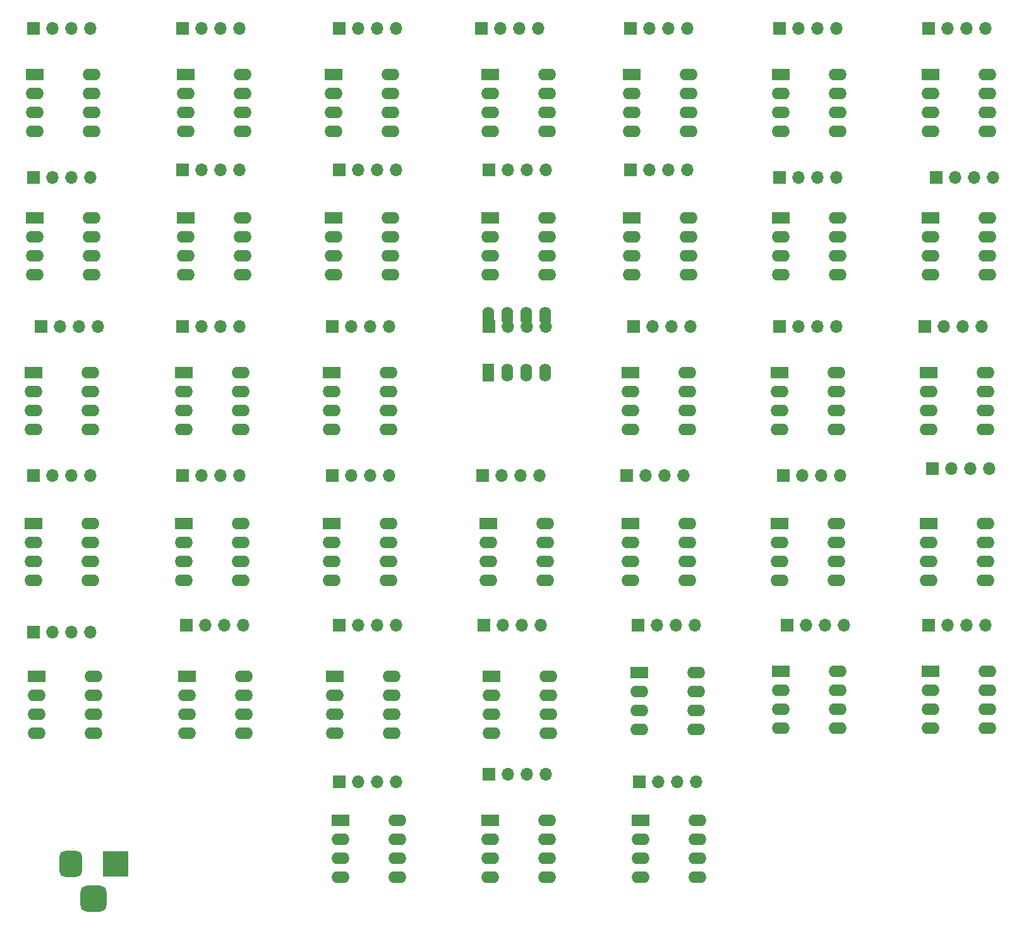
<source format=gbr>
%TF.GenerationSoftware,KiCad,Pcbnew,8.0.5*%
%TF.CreationDate,2024-10-20T22:23:28+07:00*%
%TF.ProjectId,Panel_LIN,50616e65-6c5f-44c4-994e-2e6b69636164,rev?*%
%TF.SameCoordinates,Original*%
%TF.FileFunction,Soldermask,Bot*%
%TF.FilePolarity,Negative*%
%FSLAX46Y46*%
G04 Gerber Fmt 4.6, Leading zero omitted, Abs format (unit mm)*
G04 Created by KiCad (PCBNEW 8.0.5) date 2024-10-20 22:23:28*
%MOMM*%
%LPD*%
G01*
G04 APERTURE LIST*
G04 Aperture macros list*
%AMRoundRect*
0 Rectangle with rounded corners*
0 $1 Rounding radius*
0 $2 $3 $4 $5 $6 $7 $8 $9 X,Y pos of 4 corners*
0 Add a 4 corners polygon primitive as box body*
4,1,4,$2,$3,$4,$5,$6,$7,$8,$9,$2,$3,0*
0 Add four circle primitives for the rounded corners*
1,1,$1+$1,$2,$3*
1,1,$1+$1,$4,$5*
1,1,$1+$1,$6,$7*
1,1,$1+$1,$8,$9*
0 Add four rect primitives between the rounded corners*
20,1,$1+$1,$2,$3,$4,$5,0*
20,1,$1+$1,$4,$5,$6,$7,0*
20,1,$1+$1,$6,$7,$8,$9,0*
20,1,$1+$1,$8,$9,$2,$3,0*%
G04 Aperture macros list end*
%ADD10R,3.500000X3.500000*%
%ADD11RoundRect,0.750000X-0.750000X-1.000000X0.750000X-1.000000X0.750000X1.000000X-0.750000X1.000000X0*%
%ADD12RoundRect,0.875000X-0.875000X-0.875000X0.875000X-0.875000X0.875000X0.875000X-0.875000X0.875000X0*%
%ADD13R,2.400000X1.600000*%
%ADD14O,2.400000X1.600000*%
%ADD15R,1.700000X1.700000*%
%ADD16O,1.700000X1.700000*%
%ADD17R,1.600000X2.400000*%
%ADD18O,1.600000X2.400000*%
G04 APERTURE END LIST*
D10*
%TO.C,J39*%
X95000000Y-151000000D03*
D11*
X89000000Y-151000000D03*
D12*
X92000000Y-155700000D03*
%TD*%
D13*
%TO.C,RN34*%
X184175000Y-125200000D03*
D14*
X184175000Y-127740000D03*
X184175000Y-130280000D03*
X184175000Y-132820000D03*
X191795000Y-132820000D03*
X191795000Y-130280000D03*
X191795000Y-127740000D03*
X191795000Y-125200000D03*
%TD*%
D13*
%TO.C,RN14*%
X204175000Y-64450000D03*
D14*
X204175000Y-66990000D03*
X204175000Y-69530000D03*
X204175000Y-72070000D03*
X211795000Y-72070000D03*
X211795000Y-69530000D03*
X211795000Y-66990000D03*
X211795000Y-64450000D03*
%TD*%
D13*
%TO.C,RN6*%
X184175000Y-45200000D03*
D14*
X184175000Y-47740000D03*
X184175000Y-50280000D03*
X184175000Y-52820000D03*
X191795000Y-52820000D03*
X191795000Y-50280000D03*
X191795000Y-47740000D03*
X191795000Y-45200000D03*
%TD*%
D15*
%TO.C,J33*%
X165000000Y-119000000D03*
D16*
X167540000Y-119000000D03*
X170080000Y-119000000D03*
X172620000Y-119000000D03*
%TD*%
D15*
%TO.C,J32*%
X144380000Y-119000000D03*
D16*
X146920000Y-119000000D03*
X149460000Y-119000000D03*
X152000000Y-119000000D03*
%TD*%
D15*
%TO.C,J9*%
X104000000Y-58000000D03*
D16*
X106540000Y-58000000D03*
X109080000Y-58000000D03*
X111620000Y-58000000D03*
%TD*%
D15*
%TO.C,J27*%
X184460000Y-99000000D03*
D16*
X187000000Y-99000000D03*
X189540000Y-99000000D03*
X192080000Y-99000000D03*
%TD*%
D13*
%TO.C,RN24*%
X123970000Y-105380000D03*
D14*
X123970000Y-107920000D03*
X123970000Y-110460000D03*
X123970000Y-113000000D03*
X131590000Y-113000000D03*
X131590000Y-110460000D03*
X131590000Y-107920000D03*
X131590000Y-105380000D03*
%TD*%
D15*
%TO.C,J29*%
X84000000Y-120000000D03*
D16*
X86540000Y-120000000D03*
X89080000Y-120000000D03*
X91620000Y-120000000D03*
%TD*%
D15*
%TO.C,J1*%
X84000000Y-39000000D03*
D16*
X86540000Y-39000000D03*
X89080000Y-39000000D03*
X91620000Y-39000000D03*
%TD*%
D13*
%TO.C,RN32*%
X145380000Y-125920000D03*
D14*
X145380000Y-128460000D03*
X145380000Y-131000000D03*
X145380000Y-133540000D03*
X153000000Y-133540000D03*
X153000000Y-131000000D03*
X153000000Y-128460000D03*
X153000000Y-125920000D03*
%TD*%
D13*
%TO.C,RN13*%
X184175000Y-64450000D03*
D14*
X184175000Y-66990000D03*
X184175000Y-69530000D03*
X184175000Y-72070000D03*
X191795000Y-72070000D03*
X191795000Y-69530000D03*
X191795000Y-66990000D03*
X191795000Y-64450000D03*
%TD*%
D15*
%TO.C,J16*%
X104000000Y-79000000D03*
D16*
X106540000Y-79000000D03*
X109080000Y-79000000D03*
X111620000Y-79000000D03*
%TD*%
D13*
%TO.C,RN23*%
X104175000Y-105380000D03*
D14*
X104175000Y-107920000D03*
X104175000Y-110460000D03*
X104175000Y-113000000D03*
X111795000Y-113000000D03*
X111795000Y-110460000D03*
X111795000Y-107920000D03*
X111795000Y-105380000D03*
%TD*%
D17*
%TO.C,RN18*%
X144970000Y-85200000D03*
D18*
X147510000Y-85200000D03*
X150050000Y-85200000D03*
X152590000Y-85200000D03*
X152590000Y-77580000D03*
X150050000Y-77580000D03*
X147510000Y-77580000D03*
X144970000Y-77580000D03*
%TD*%
D13*
%TO.C,RN37*%
X145175000Y-145200000D03*
D14*
X145175000Y-147740000D03*
X145175000Y-150280000D03*
X145175000Y-152820000D03*
X152795000Y-152820000D03*
X152795000Y-150280000D03*
X152795000Y-147740000D03*
X152795000Y-145200000D03*
%TD*%
D13*
%TO.C,RN12*%
X164175000Y-64450000D03*
D14*
X164175000Y-66990000D03*
X164175000Y-69530000D03*
X164175000Y-72070000D03*
X171795000Y-72070000D03*
X171795000Y-69530000D03*
X171795000Y-66990000D03*
X171795000Y-64450000D03*
%TD*%
D15*
%TO.C,J4*%
X144000000Y-39000000D03*
D16*
X146540000Y-39000000D03*
X149080000Y-39000000D03*
X151620000Y-39000000D03*
%TD*%
D15*
%TO.C,J14*%
X205000000Y-59000000D03*
D16*
X207540000Y-59000000D03*
X210080000Y-59000000D03*
X212620000Y-59000000D03*
%TD*%
D15*
%TO.C,J26*%
X163460000Y-99000000D03*
D16*
X166000000Y-99000000D03*
X168540000Y-99000000D03*
X171080000Y-99000000D03*
%TD*%
D13*
%TO.C,RN1*%
X84175000Y-45200000D03*
D14*
X84175000Y-47740000D03*
X84175000Y-50280000D03*
X84175000Y-52820000D03*
X91795000Y-52820000D03*
X91795000Y-50280000D03*
X91795000Y-47740000D03*
X91795000Y-45200000D03*
%TD*%
D13*
%TO.C,RN36*%
X125175000Y-145200000D03*
D14*
X125175000Y-147740000D03*
X125175000Y-150280000D03*
X125175000Y-152820000D03*
X132795000Y-152820000D03*
X132795000Y-150280000D03*
X132795000Y-147740000D03*
X132795000Y-145200000D03*
%TD*%
D15*
%TO.C,J2*%
X104000000Y-39000000D03*
D16*
X106540000Y-39000000D03*
X109080000Y-39000000D03*
X111620000Y-39000000D03*
%TD*%
D13*
%TO.C,RN5*%
X164175000Y-45200000D03*
D14*
X164175000Y-47740000D03*
X164175000Y-50280000D03*
X164175000Y-52820000D03*
X171795000Y-52820000D03*
X171795000Y-50280000D03*
X171795000Y-47740000D03*
X171795000Y-45200000D03*
%TD*%
D13*
%TO.C,RN19*%
X163970000Y-85200000D03*
D14*
X163970000Y-87740000D03*
X163970000Y-90280000D03*
X163970000Y-92820000D03*
X171590000Y-92820000D03*
X171590000Y-90280000D03*
X171590000Y-87740000D03*
X171590000Y-85200000D03*
%TD*%
D15*
%TO.C,J35*%
X204000000Y-119000000D03*
D16*
X206540000Y-119000000D03*
X209080000Y-119000000D03*
X211620000Y-119000000D03*
%TD*%
D13*
%TO.C,RN17*%
X123970000Y-85200000D03*
D14*
X123970000Y-87740000D03*
X123970000Y-90280000D03*
X123970000Y-92820000D03*
X131590000Y-92820000D03*
X131590000Y-90280000D03*
X131590000Y-87740000D03*
X131590000Y-85200000D03*
%TD*%
D13*
%TO.C,RN8*%
X84175000Y-64450000D03*
D14*
X84175000Y-66990000D03*
X84175000Y-69530000D03*
X84175000Y-72070000D03*
X91795000Y-72070000D03*
X91795000Y-69530000D03*
X91795000Y-66990000D03*
X91795000Y-64450000D03*
%TD*%
D15*
%TO.C,J3*%
X125000000Y-39000000D03*
D16*
X127540000Y-39000000D03*
X130080000Y-39000000D03*
X132620000Y-39000000D03*
%TD*%
D13*
%TO.C,RN29*%
X84380000Y-125920000D03*
D14*
X84380000Y-128460000D03*
X84380000Y-131000000D03*
X84380000Y-133540000D03*
X92000000Y-133540000D03*
X92000000Y-131000000D03*
X92000000Y-128460000D03*
X92000000Y-125920000D03*
%TD*%
D15*
%TO.C,J25*%
X144200000Y-99000000D03*
D16*
X146740000Y-99000000D03*
X149280000Y-99000000D03*
X151820000Y-99000000D03*
%TD*%
D13*
%TO.C,RN7*%
X204175000Y-45200000D03*
D14*
X204175000Y-47740000D03*
X204175000Y-50280000D03*
X204175000Y-52820000D03*
X211795000Y-52820000D03*
X211795000Y-50280000D03*
X211795000Y-47740000D03*
X211795000Y-45200000D03*
%TD*%
D15*
%TO.C,J19*%
X164460000Y-79000000D03*
D16*
X167000000Y-79000000D03*
X169540000Y-79000000D03*
X172080000Y-79000000D03*
%TD*%
D13*
%TO.C,RN21*%
X203970000Y-85200000D03*
D14*
X203970000Y-87740000D03*
X203970000Y-90280000D03*
X203970000Y-92820000D03*
X211590000Y-92820000D03*
X211590000Y-90280000D03*
X211590000Y-87740000D03*
X211590000Y-85200000D03*
%TD*%
D15*
%TO.C,J20*%
X184000000Y-79000000D03*
D16*
X186540000Y-79000000D03*
X189080000Y-79000000D03*
X191620000Y-79000000D03*
%TD*%
D15*
%TO.C,J11*%
X145000000Y-58000000D03*
D16*
X147540000Y-58000000D03*
X150080000Y-58000000D03*
X152620000Y-58000000D03*
%TD*%
D15*
%TO.C,J7*%
X204000000Y-39000000D03*
D16*
X206540000Y-39000000D03*
X209080000Y-39000000D03*
X211620000Y-39000000D03*
%TD*%
D13*
%TO.C,RN2*%
X104380000Y-45200000D03*
D14*
X104380000Y-47740000D03*
X104380000Y-50280000D03*
X104380000Y-52820000D03*
X112000000Y-52820000D03*
X112000000Y-50280000D03*
X112000000Y-47740000D03*
X112000000Y-45200000D03*
%TD*%
D13*
%TO.C,RN38*%
X165375000Y-145200000D03*
D14*
X165375000Y-147740000D03*
X165375000Y-150280000D03*
X165375000Y-152820000D03*
X172995000Y-152820000D03*
X172995000Y-150280000D03*
X172995000Y-147740000D03*
X172995000Y-145200000D03*
%TD*%
D15*
%TO.C,J13*%
X184000000Y-59000000D03*
D16*
X186540000Y-59000000D03*
X189080000Y-59000000D03*
X191620000Y-59000000D03*
%TD*%
D13*
%TO.C,RN28*%
X203970000Y-105380000D03*
D14*
X203970000Y-107920000D03*
X203970000Y-110460000D03*
X203970000Y-113000000D03*
X211590000Y-113000000D03*
X211590000Y-110460000D03*
X211590000Y-107920000D03*
X211590000Y-105380000D03*
%TD*%
D13*
%TO.C,RN27*%
X183970000Y-105380000D03*
D14*
X183970000Y-107920000D03*
X183970000Y-110460000D03*
X183970000Y-113000000D03*
X191590000Y-113000000D03*
X191590000Y-110460000D03*
X191590000Y-107920000D03*
X191590000Y-105380000D03*
%TD*%
D13*
%TO.C,RN25*%
X144970000Y-105380000D03*
D14*
X144970000Y-107920000D03*
X144970000Y-110460000D03*
X144970000Y-113000000D03*
X152590000Y-113000000D03*
X152590000Y-110460000D03*
X152590000Y-107920000D03*
X152590000Y-105380000D03*
%TD*%
D15*
%TO.C,J5*%
X164000000Y-39000000D03*
D16*
X166540000Y-39000000D03*
X169080000Y-39000000D03*
X171620000Y-39000000D03*
%TD*%
D13*
%TO.C,RN20*%
X183970000Y-85200000D03*
D14*
X183970000Y-87740000D03*
X183970000Y-90280000D03*
X183970000Y-92820000D03*
X191590000Y-92820000D03*
X191590000Y-90280000D03*
X191590000Y-87740000D03*
X191590000Y-85200000D03*
%TD*%
D15*
%TO.C,J36*%
X125000000Y-140000000D03*
D16*
X127540000Y-140000000D03*
X130080000Y-140000000D03*
X132620000Y-140000000D03*
%TD*%
D13*
%TO.C,RN35*%
X204175000Y-125200000D03*
D14*
X204175000Y-127740000D03*
X204175000Y-130280000D03*
X204175000Y-132820000D03*
X211795000Y-132820000D03*
X211795000Y-130280000D03*
X211795000Y-127740000D03*
X211795000Y-125200000D03*
%TD*%
D15*
%TO.C,J24*%
X124000000Y-99000000D03*
D16*
X126540000Y-99000000D03*
X129080000Y-99000000D03*
X131620000Y-99000000D03*
%TD*%
D13*
%TO.C,RN3*%
X124175000Y-45200000D03*
D14*
X124175000Y-47740000D03*
X124175000Y-50280000D03*
X124175000Y-52820000D03*
X131795000Y-52820000D03*
X131795000Y-50280000D03*
X131795000Y-47740000D03*
X131795000Y-45200000D03*
%TD*%
D15*
%TO.C,J37*%
X145000000Y-139000000D03*
D16*
X147540000Y-139000000D03*
X150080000Y-139000000D03*
X152620000Y-139000000D03*
%TD*%
D15*
%TO.C,J28*%
X204460000Y-98000000D03*
D16*
X207000000Y-98000000D03*
X209540000Y-98000000D03*
X212080000Y-98000000D03*
%TD*%
D13*
%TO.C,RN11*%
X145175000Y-64450000D03*
D14*
X145175000Y-66990000D03*
X145175000Y-69530000D03*
X145175000Y-72070000D03*
X152795000Y-72070000D03*
X152795000Y-69530000D03*
X152795000Y-66990000D03*
X152795000Y-64450000D03*
%TD*%
D13*
%TO.C,RN33*%
X165180000Y-125380000D03*
D14*
X165180000Y-127920000D03*
X165180000Y-130460000D03*
X165180000Y-133000000D03*
X172800000Y-133000000D03*
X172800000Y-130460000D03*
X172800000Y-127920000D03*
X172800000Y-125380000D03*
%TD*%
D13*
%TO.C,RN22*%
X83970000Y-105380000D03*
D14*
X83970000Y-107920000D03*
X83970000Y-110460000D03*
X83970000Y-113000000D03*
X91590000Y-113000000D03*
X91590000Y-110460000D03*
X91590000Y-107920000D03*
X91590000Y-105380000D03*
%TD*%
D15*
%TO.C,J15*%
X85000000Y-79000000D03*
D16*
X87540000Y-79000000D03*
X90080000Y-79000000D03*
X92620000Y-79000000D03*
%TD*%
D15*
%TO.C,J34*%
X185000000Y-119000000D03*
D16*
X187540000Y-119000000D03*
X190080000Y-119000000D03*
X192620000Y-119000000D03*
%TD*%
D13*
%TO.C,RN16*%
X104175000Y-85200000D03*
D14*
X104175000Y-87740000D03*
X104175000Y-90280000D03*
X104175000Y-92820000D03*
X111795000Y-92820000D03*
X111795000Y-90280000D03*
X111795000Y-87740000D03*
X111795000Y-85200000D03*
%TD*%
D15*
%TO.C,J10*%
X125000000Y-58000000D03*
D16*
X127540000Y-58000000D03*
X130080000Y-58000000D03*
X132620000Y-58000000D03*
%TD*%
D15*
%TO.C,J17*%
X124000000Y-79000000D03*
D16*
X126540000Y-79000000D03*
X129080000Y-79000000D03*
X131620000Y-79000000D03*
%TD*%
D15*
%TO.C,J6*%
X184000000Y-39000000D03*
D16*
X186540000Y-39000000D03*
X189080000Y-39000000D03*
X191620000Y-39000000D03*
%TD*%
D15*
%TO.C,J18*%
X145000000Y-79000000D03*
D16*
X147540000Y-79000000D03*
X150080000Y-79000000D03*
X152620000Y-79000000D03*
%TD*%
D13*
%TO.C,RN9*%
X104380000Y-64450000D03*
D14*
X104380000Y-66990000D03*
X104380000Y-69530000D03*
X104380000Y-72070000D03*
X112000000Y-72070000D03*
X112000000Y-69530000D03*
X112000000Y-66990000D03*
X112000000Y-64450000D03*
%TD*%
D13*
%TO.C,RN10*%
X124175000Y-64450000D03*
D14*
X124175000Y-66990000D03*
X124175000Y-69530000D03*
X124175000Y-72070000D03*
X131795000Y-72070000D03*
X131795000Y-69530000D03*
X131795000Y-66990000D03*
X131795000Y-64450000D03*
%TD*%
D15*
%TO.C,J23*%
X104000000Y-99000000D03*
D16*
X106540000Y-99000000D03*
X109080000Y-99000000D03*
X111620000Y-99000000D03*
%TD*%
D15*
%TO.C,J8*%
X84000000Y-59000000D03*
D16*
X86540000Y-59000000D03*
X89080000Y-59000000D03*
X91620000Y-59000000D03*
%TD*%
D15*
%TO.C,J30*%
X104460000Y-119000000D03*
D16*
X107000000Y-119000000D03*
X109540000Y-119000000D03*
X112080000Y-119000000D03*
%TD*%
D15*
%TO.C,J21*%
X203460000Y-79000000D03*
D16*
X206000000Y-79000000D03*
X208540000Y-79000000D03*
X211080000Y-79000000D03*
%TD*%
D13*
%TO.C,RN15*%
X83970000Y-85200000D03*
D14*
X83970000Y-87740000D03*
X83970000Y-90280000D03*
X83970000Y-92820000D03*
X91590000Y-92820000D03*
X91590000Y-90280000D03*
X91590000Y-87740000D03*
X91590000Y-85200000D03*
%TD*%
D15*
%TO.C,J38*%
X165200000Y-140000000D03*
D16*
X167740000Y-140000000D03*
X170280000Y-140000000D03*
X172820000Y-140000000D03*
%TD*%
D15*
%TO.C,J12*%
X164000000Y-58000000D03*
D16*
X166540000Y-58000000D03*
X169080000Y-58000000D03*
X171620000Y-58000000D03*
%TD*%
D13*
%TO.C,RN30*%
X104585000Y-125920000D03*
D14*
X104585000Y-128460000D03*
X104585000Y-131000000D03*
X104585000Y-133540000D03*
X112205000Y-133540000D03*
X112205000Y-131000000D03*
X112205000Y-128460000D03*
X112205000Y-125920000D03*
%TD*%
D15*
%TO.C,J31*%
X125000000Y-119000000D03*
D16*
X127540000Y-119000000D03*
X130080000Y-119000000D03*
X132620000Y-119000000D03*
%TD*%
D15*
%TO.C,J22*%
X84000000Y-99000000D03*
D16*
X86540000Y-99000000D03*
X89080000Y-99000000D03*
X91620000Y-99000000D03*
%TD*%
D13*
%TO.C,RN4*%
X145175000Y-45200000D03*
D14*
X145175000Y-47740000D03*
X145175000Y-50280000D03*
X145175000Y-52820000D03*
X152795000Y-52820000D03*
X152795000Y-50280000D03*
X152795000Y-47740000D03*
X152795000Y-45200000D03*
%TD*%
D13*
%TO.C,RN31*%
X124380000Y-125920000D03*
D14*
X124380000Y-128460000D03*
X124380000Y-131000000D03*
X124380000Y-133540000D03*
X132000000Y-133540000D03*
X132000000Y-131000000D03*
X132000000Y-128460000D03*
X132000000Y-125920000D03*
%TD*%
D13*
%TO.C,RN26*%
X163970000Y-105380000D03*
D14*
X163970000Y-107920000D03*
X163970000Y-110460000D03*
X163970000Y-113000000D03*
X171590000Y-113000000D03*
X171590000Y-110460000D03*
X171590000Y-107920000D03*
X171590000Y-105380000D03*
%TD*%
M02*

</source>
